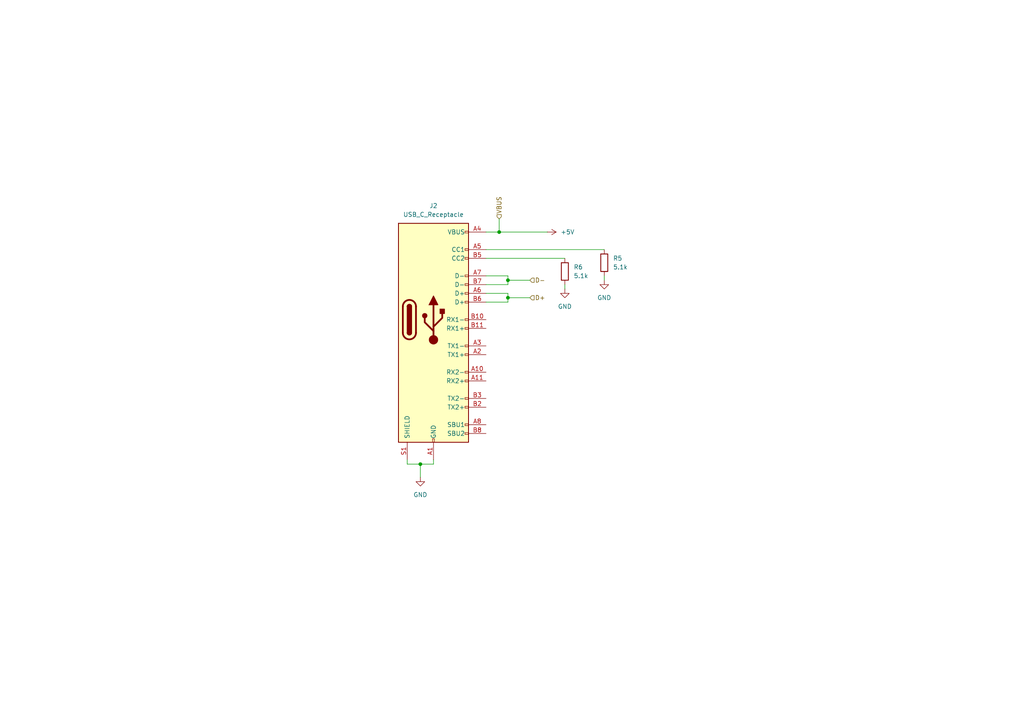
<source format=kicad_sch>
(kicad_sch (version 20250114) (generator "eeschema") (generator_version "9.0")
  (paper "A4")
  (lib_symbols
    (symbol "Connector:USB_C_Receptacle" (pin_names (offset 1.016))
      (property "Reference" "J" (at -10.16 29.21 0))
      (property "Value" "USB_C_Receptacle" (at 10.16 29.21 0))
      (symbol "USB_C_Receptacle_0_0"
        (rectangle (start -0.254 -35.56) (end 0.254 -34.544))
        (rectangle (start 10.16 25.654) (end 9.144 25.146))
        (rectangle (start 10.16 20.574) (end 9.144 20.066))
        (rectangle (start 10.16 18.034) (end 9.144 17.526))
        (rectangle (start 10.16 12.954) (end 9.144 12.446))
        (rectangle (start 10.16 10.414) (end 9.144 9.906))
        (rectangle (start 10.16 7.874) (end 9.144 7.366))
        (rectangle (start 10.16 5.334) (end 9.144 4.826))
        (rectangle (start 10.16 0.254) (end 9.144 -0.254))
        (rectangle (start 10.16 -2.286) (end 9.144 -2.794))
        (rectangle (start 10.16 -7.366) (end 9.144 -7.874))
        (rectangle (start 10.16 -9.906) (end 9.144 -10.414))
        (rectangle (start 10.16 -14.986) (end 9.144 -15.494))
        (rectangle (start 10.16 -17.526) (end 9.144 -18.034))
        (rectangle (start 10.16 -22.606) (end 9.144 -23.114))
        (rectangle (start 10.16 -25.146) (end 9.144 -25.654))
        (rectangle (start 10.16 -30.226) (end 9.144 -30.734))
        (rectangle (start 10.16 -32.766) (end 9.144 -33.274))
      )
      (symbol "USB_C_Receptacle_0_1"
        (rectangle (start -10.16 27.94) (end 10.16 -35.56) (stroke (width 0.254)) (fill (type background)))
        (polyline (pts (xy -8.89 -3.81) (xy -8.89 3.81)) (stroke (width 0.508)))
        (rectangle (start -7.62 -3.81) (end -6.35 3.81) (stroke (width 0.254)) (fill (type outline)))
        (arc (start -7.62 3.81) (mid -6.985 4.4423) (end -6.35 3.81) (stroke (width 0.254)))
        (arc (start -7.62 3.81) (mid -6.985 4.4423) (end -6.35 3.81) (stroke (width 0.254)) (fill (type outline)))
        (arc (start -8.89 3.81) (mid -6.985 5.7067) (end -5.08 3.81) (stroke (width 0.508)))
        (arc (start -5.08 -3.81) (mid -6.985 -5.7067) (end -8.89 -3.81) (stroke (width 0.508)))
        (arc (start -6.35 -3.81) (mid -6.985 -4.4423) (end -7.62 -3.81) (stroke (width 0.254)))
        (arc (start -6.35 -3.81) (mid -6.985 -4.4423) (end -7.62 -3.81) (stroke (width 0.254)) (fill (type outline)))
        (polyline (pts (xy -5.08 3.81) (xy -5.08 -3.81)) (stroke (width 0.508)))
      )
      (symbol "USB_C_Receptacle_1_1"
        (circle (center -2.54 1.143) (radius 0.635) (stroke (width 0.254)) (fill (type outline)))
        (polyline (pts (xy -1.27 4.318) (xy 0 6.858) (xy 1.27 4.318) (xy -1.27 4.318)) (stroke (width 0.254)) (fill (type outline)))
        (polyline (pts (xy 0 -2.032) (xy 2.54 0.508) (xy 2.54 1.778)) (stroke (width 0.508)))
        (polyline (pts (xy 0 -3.302) (xy -2.54 -0.762) (xy -2.54 0.508)) (stroke (width 0.508)))
        (polyline (pts (xy 0 -5.842) (xy 0 4.318)) (stroke (width 0.508)))
        (circle (center 0 -5.842) (radius 1.27) (fill (type outline)))
        (rectangle (start 1.905 1.778) (end 3.175 3.048) (stroke (width 0.254)) (fill (type outline)))
        (pin passive line (at -7.62 -40.64 90) (length 5.08) (name "SHIELD") (number "S1"))
        (pin passive line (at 0 -40.64 90) (length 5.08) (name "GND") (number "A1"))
        (pin passive line (at 0 -40.64 90) (length 5.08) (hide yes) (name "GND") (number "A12"))
        (pin passive line (at 0 -40.64 90) (length 5.08) (hide yes) (name "GND") (number "B1"))
        (pin passive line (at 0 -40.64 90) (length 5.08) (hide yes) (name "GND") (number "B12"))
        (pin passive line (at 15.24 25.4 180) (length 5.08) (name "VBUS") (number "A4"))
        (pin passive line (at 15.24 25.4 180) (length 5.08) (hide yes) (name "VBUS") (number "A9"))
        (pin passive line (at 15.24 25.4 180) (length 5.08) (hide yes) (name "VBUS") (number "B4"))
        (pin passive line (at 15.24 25.4 180) (length 5.08) (hide yes) (name "VBUS") (number "B9"))
        (pin bidirectional line (at 15.24 20.32 180) (length 5.08) (name "CC1") (number "A5"))
        (pin bidirectional line (at 15.24 17.78 180) (length 5.08) (name "CC2") (number "B5"))
        (pin bidirectional line (at 15.24 12.7 180) (length 5.08) (name "D-") (number "A7"))
        (pin bidirectional line (at 15.24 10.16 180) (length 5.08) (name "D-") (number "B7"))
        (pin bidirectional line (at 15.24 7.62 180) (length 5.08) (name "D+") (number "A6"))
        (pin bidirectional line (at 15.24 5.08 180) (length 5.08) (name "D+") (number "B6"))
        (pin bidirectional line (at 15.24 0 180) (length 5.08) (name "RX1-") (number "B10"))
        (pin bidirectional line (at 15.24 -2.54 180) (length 5.08) (name "RX1+") (number "B11"))
        (pin bidirectional line (at 15.24 -7.62 180) (length 5.08) (name "TX1-") (number "A3"))
        (pin bidirectional line (at 15.24 -10.16 180) (length 5.08) (name "TX1+") (number "A2"))
        (pin bidirectional line (at 15.24 -15.24 180) (length 5.08) (name "RX2-") (number "A10"))
        (pin bidirectional line (at 15.24 -17.78 180) (length 5.08) (name "RX2+") (number "A11"))
        (pin bidirectional line (at 15.24 -22.86 180) (length 5.08) (name "TX2-") (number "B3"))
        (pin bidirectional line (at 15.24 -25.4 180) (length 5.08) (name "TX2+") (number "B2"))
        (pin bidirectional line (at 15.24 -30.48 180) (length 5.08) (name "SBU1") (number "A8"))
        (pin bidirectional line (at 15.24 -33.02 180) (length 5.08) (name "SBU2") (number "B8"))
      )
    )
    (symbol "Device:R" (pin_numbers (hide yes)) (pin_names (offset 0))
      (property "Reference" "R" (at 2.032 0 90))
      (property "Value" "R" (at 0 0 90))
      (symbol "R_0_1"
        (rectangle (start -1.016 -2.54) (end 1.016 2.54) (stroke (width 0.254)))
      )
      (symbol "R_1_1"
        (pin passive line (at 0 3.81 270) (length 1.27) (name "~") (number "1"))
        (pin passive line (at 0 -3.81 90) (length 1.27) (name "~") (number "2"))
      )
    )
    (symbol "power:+5V" (power) (pin_numbers (hide yes)) (pin_names (offset 0) (hide yes))
      (property "Value" "+5V" (at 0 3.556 0))
      (symbol "+5V_0_1"
        (polyline (pts (xy -0.762 1.27) (xy 0 2.54)))
        (polyline (pts (xy 0 2.54) (xy 0.762 1.27)))
        (polyline (pts (xy 0 0) (xy 0 2.54)))
      )
      (symbol "+5V_1_1"
        (pin power_in line (at 0 0 90) (length 0) (name "~") (number "1"))
      )
    )
    (symbol "power:GND" (power) (pin_numbers (hide yes)) (pin_names (offset 0) (hide yes))
      (property "Value" "GND" (at 0 -3.81 0))
      (symbol "GND_0_1"
        (polyline (pts (xy 0 0) (xy 0 -1.27) (xy 1.27 -1.27) (xy 0 -2.54) (xy -1.27 -1.27) (xy 0 -1.27)))
      )
      (symbol "GND_1_1"
        (pin power_in line (at 0 0 270) (length 0) (name "~") (number "1"))
      )
    )
  )
  (junction (at 144.78 67.31))
  (junction (at 121.92 134.62))
  (junction (at 147.32 81.28))
  (junction (at 147.32 86.36))
  (wire (pts (xy 121.92 134.62) (xy 125.73 134.62)))
  (wire (pts (xy 147.32 87.63) (xy 140.97 87.63)))
  (wire (pts (xy 147.32 81.28) (xy 153.67 81.28)))
  (wire (pts (xy 163.83 82.55) (xy 163.83 83.82)))
  (wire (pts (xy 147.32 80.01) (xy 147.32 81.28)))
  (wire (pts (xy 140.97 67.31) (xy 144.78 67.31)))
  (wire (pts (xy 140.97 85.09) (xy 147.32 85.09)))
  (wire (pts (xy 147.32 86.36) (xy 147.32 87.63)))
  (wire (pts (xy 140.97 74.93) (xy 163.83 74.93)))
  (wire (pts (xy 121.92 134.62) (xy 121.92 138.43)))
  (wire (pts (xy 140.97 80.01) (xy 147.32 80.01)))
  (wire (pts (xy 144.78 67.31) (xy 158.75 67.31)))
  (wire (pts (xy 147.32 86.36) (xy 153.67 86.36)))
  (wire (pts (xy 140.97 72.39) (xy 175.26 72.39)))
  (wire (pts (xy 118.11 134.62) (xy 121.92 134.62)))
  (wire (pts (xy 147.32 85.09) (xy 147.32 86.36)))
  (wire (pts (xy 175.26 80.01) (xy 175.26 81.28)))
  (wire (pts (xy 118.11 134.62) (xy 118.11 133.35)))
  (wire (pts (xy 147.32 82.55) (xy 140.97 82.55)))
  (wire (pts (xy 144.78 63.5) (xy 144.78 67.31)))
  (wire (pts (xy 125.73 134.62) (xy 125.73 133.35)))
  (wire (pts (xy 147.32 81.28) (xy 147.32 82.55)))
  (hierarchical_label "VBUS" (shape input) (at 144.78 63.5 90))
  (hierarchical_label "D-" (shape input) (at 153.67 81.28 0))
  (hierarchical_label "D+" (shape input) (at 153.67 86.36 0))
  (symbol (lib_id "Connector:USB_C_Receptacle") (at 125.73 92.71 0) (unit 1)
    (property "Reference" "J2" (at 125.73 59.69 0))
    (property "Value" "USB_C_Receptacle" (at 125.73 62.23 0))
    (property "Datasheet" "https://www.usb.org/sites/default/files/documents/usb_type-c.zip" (effects (hide yes)))
    (property "Description" "USB Full-Featured Type-C Receptacle connector" (effects (hide yes)))
  )
  (symbol (lib_id "power:+5V") (at 158.75 67.31 270) (unit 1)
    (property "Reference" "#PWR050" (effects (hide yes)))
    (property "Value" "+5V" (at 162.56 67.3099 90) (effects (justify left)))
    (property "Description" "Power symbol creates a global label with name \"+5V\"" (effects (hide yes)))
  )
  (symbol (lib_id "power:GND") (at 163.83 83.82 0) (unit 1)
    (property "Reference" "#PWR048" (effects (hide yes)))
    (property "Value" "GND" (at 163.83 88.9 0))
    (property "Description" "Power symbol creates a global label with name \"GND\" , ground" (effects (hide yes)))
  )
  (symbol (lib_id "power:GND") (at 121.92 138.43 0) (unit 1)
    (property "Reference" "#PWR047" (effects (hide yes)))
    (property "Value" "GND" (at 121.92 143.51 0))
    (property "Description" "Power symbol creates a global label with name \"GND\" , ground" (effects (hide yes)))
  )
  (symbol (lib_id "Device:R") (at 163.83 78.74 0) (unit 1)
    (property "Reference" "R6" (at 166.37 77.4699 0) (effects (justify left)))
    (property "Value" "5.1k" (at 166.37 80.0099 0) (effects (justify left)))
    (property "Description" "Resistor" (effects (hide yes)))
  )
  (symbol (lib_id "power:GND") (at 175.26 81.28 0) (unit 1)
    (property "Reference" "#PWR049" (effects (hide yes)))
    (property "Value" "GND" (at 175.26 86.36 0))
    (property "Description" "Power symbol creates a global label with name \"GND\" , ground" (effects (hide yes)))
  )
  (symbol (lib_id "Device:R") (at 175.26 76.2 0) (unit 1)
    (property "Reference" "R5" (at 177.8 74.9299 0) (effects (justify left)))
    (property "Value" "5.1k" (at 177.8 77.4699 0) (effects (justify left)))
    (property "Description" "Resistor" (effects (hide yes)))
  )
)
</source>
